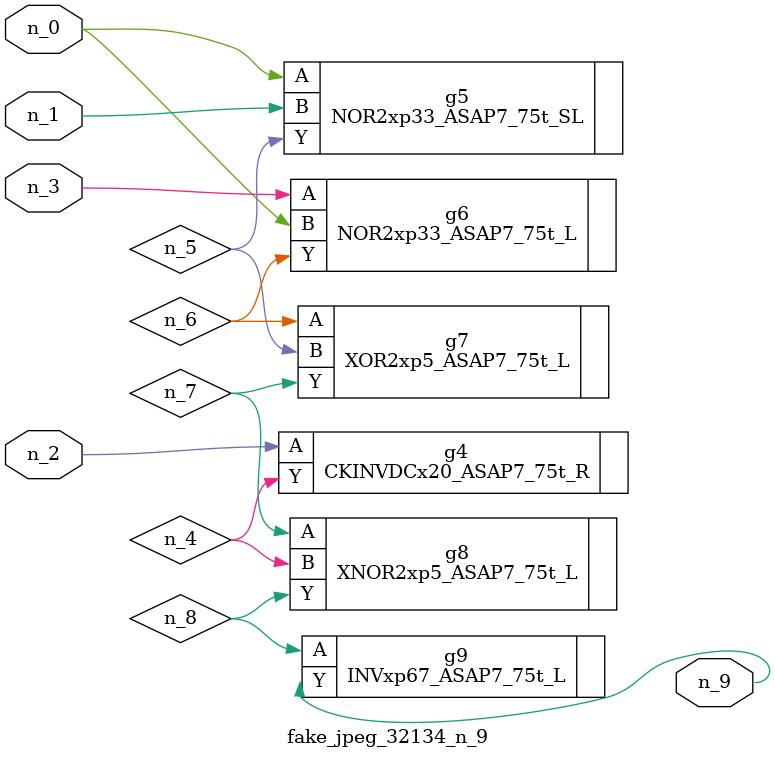
<source format=v>
module fake_jpeg_32134_n_9 (n_0, n_3, n_2, n_1, n_9);

input n_0;
input n_3;
input n_2;
input n_1;

output n_9;

wire n_4;
wire n_8;
wire n_6;
wire n_5;
wire n_7;

CKINVDCx20_ASAP7_75t_R g4 ( 
.A(n_2),
.Y(n_4)
);

NOR2xp33_ASAP7_75t_SL g5 ( 
.A(n_0),
.B(n_1),
.Y(n_5)
);

NOR2xp33_ASAP7_75t_L g6 ( 
.A(n_3),
.B(n_0),
.Y(n_6)
);

XOR2xp5_ASAP7_75t_L g7 ( 
.A(n_6),
.B(n_5),
.Y(n_7)
);

XNOR2xp5_ASAP7_75t_L g8 ( 
.A(n_7),
.B(n_4),
.Y(n_8)
);

INVxp67_ASAP7_75t_L g9 ( 
.A(n_8),
.Y(n_9)
);


endmodule
</source>
